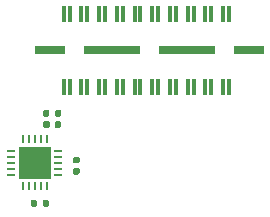
<source format=gbr>
%TF.GenerationSoftware,KiCad,Pcbnew,(5.1.9)-1*%
%TF.CreationDate,2021-04-14T12:05:27-07:00*%
%TF.ProjectId,SZG-TEMPLATE-TXR,535a472d-5445-44d5-904c-4154452d5458,A*%
%TF.SameCoordinates,Original*%
%TF.FileFunction,Paste,Bot*%
%TF.FilePolarity,Positive*%
%FSLAX46Y46*%
G04 Gerber Fmt 4.6, Leading zero omitted, Abs format (unit mm)*
G04 Created by KiCad (PCBNEW (5.1.9)-1) date 2021-04-14 12:05:27*
%MOMM*%
%LPD*%
G01*
G04 APERTURE LIST*
%ADD10R,0.300000X1.450000*%
%ADD11R,2.540000X0.640000*%
%ADD12R,4.700000X0.640000*%
%ADD13R,2.700000X2.700000*%
%ADD14O,0.800000X0.250000*%
%ADD15O,0.250000X0.800000*%
%ADD16C,0.254000*%
%ADD17C,0.100000*%
G04 APERTURE END LIST*
D10*
%TO.C,J1*%
X136650330Y-68900000D03*
X137150320Y-68900000D03*
X135650320Y-68900000D03*
X135150320Y-68900000D03*
X140150320Y-68900000D03*
X145650330Y-62720000D03*
X147150320Y-68900000D03*
X137150320Y-62720000D03*
X142650320Y-68900000D03*
X138150320Y-62720000D03*
D11*
X133960320Y-65810000D03*
D12*
X145580320Y-65810000D03*
D10*
X144150320Y-68900000D03*
X144150320Y-62720000D03*
X139650320Y-68900000D03*
X141150320Y-62720000D03*
X136650330Y-62720000D03*
X143150320Y-68900000D03*
X143150320Y-62720000D03*
X149150320Y-62720000D03*
X149150320Y-68900000D03*
X138150320Y-68900000D03*
X138650320Y-68900000D03*
X146150320Y-62720000D03*
X145650330Y-68900000D03*
X148650320Y-68900000D03*
X141650320Y-62720000D03*
X146150320Y-68900000D03*
X144650320Y-62720000D03*
X142650320Y-62720000D03*
X140150320Y-62720000D03*
X141150320Y-68900000D03*
X139650320Y-62720000D03*
X141650320Y-68900000D03*
X138650320Y-62720000D03*
X135150320Y-62720000D03*
X144650320Y-68900000D03*
X147150320Y-62720000D03*
X135650320Y-62720000D03*
X147650320Y-68900000D03*
X148650320Y-62720000D03*
X147650320Y-62720000D03*
D11*
X150840320Y-65810000D03*
D12*
X139230320Y-65810000D03*
%TD*%
D13*
%TO.C,U1*%
X132701600Y-75360800D03*
D14*
X130701600Y-75360800D03*
X130701600Y-74860800D03*
D15*
X131701600Y-77360800D03*
D14*
X130701600Y-74360800D03*
X130701600Y-76360800D03*
D15*
X133201600Y-77360800D03*
D14*
X134701600Y-75360800D03*
X134701600Y-74360800D03*
D15*
X131701600Y-73360800D03*
D14*
X130701600Y-75860800D03*
D15*
X132201600Y-77360800D03*
X132701600Y-77360800D03*
D14*
X134701600Y-74860800D03*
X134701600Y-75860800D03*
D15*
X132701600Y-73360800D03*
D14*
X134701600Y-76360800D03*
D15*
X133701600Y-77360800D03*
X133701600Y-73360800D03*
X133201600Y-73360800D03*
X132201600Y-73360800D03*
%TD*%
%TO.C,R1*%
G36*
G01*
X133934800Y-70984800D02*
X133934800Y-71354800D01*
G75*
G02*
X133799800Y-71489800I-135000J0D01*
G01*
X133529800Y-71489800D01*
G75*
G02*
X133394800Y-71354800I0J135000D01*
G01*
X133394800Y-70984800D01*
G75*
G02*
X133529800Y-70849800I135000J0D01*
G01*
X133799800Y-70849800D01*
G75*
G02*
X133934800Y-70984800I0J-135000D01*
G01*
G37*
G36*
G01*
X134954800Y-70984800D02*
X134954800Y-71354800D01*
G75*
G02*
X134819800Y-71489800I-135000J0D01*
G01*
X134549800Y-71489800D01*
G75*
G02*
X134414800Y-71354800I0J135000D01*
G01*
X134414800Y-70984800D01*
G75*
G02*
X134549800Y-70849800I135000J0D01*
G01*
X134819800Y-70849800D01*
G75*
G02*
X134954800Y-70984800I0J-135000D01*
G01*
G37*
%TD*%
%TO.C,R2*%
G36*
G01*
X132893400Y-78604800D02*
X132893400Y-78974800D01*
G75*
G02*
X132758400Y-79109800I-135000J0D01*
G01*
X132488400Y-79109800D01*
G75*
G02*
X132353400Y-78974800I0J135000D01*
G01*
X132353400Y-78604800D01*
G75*
G02*
X132488400Y-78469800I135000J0D01*
G01*
X132758400Y-78469800D01*
G75*
G02*
X132893400Y-78604800I0J-135000D01*
G01*
G37*
G36*
G01*
X133913400Y-78604800D02*
X133913400Y-78974800D01*
G75*
G02*
X133778400Y-79109800I-135000J0D01*
G01*
X133508400Y-79109800D01*
G75*
G02*
X133373400Y-78974800I0J135000D01*
G01*
X133373400Y-78604800D01*
G75*
G02*
X133508400Y-78469800I135000J0D01*
G01*
X133778400Y-78469800D01*
G75*
G02*
X133913400Y-78604800I0J-135000D01*
G01*
G37*
%TD*%
%TO.C,C2*%
G36*
G01*
X134374800Y-72305000D02*
X134374800Y-71965000D01*
G75*
G02*
X134514800Y-71825000I140000J0D01*
G01*
X134794800Y-71825000D01*
G75*
G02*
X134934800Y-71965000I0J-140000D01*
G01*
X134934800Y-72305000D01*
G75*
G02*
X134794800Y-72445000I-140000J0D01*
G01*
X134514800Y-72445000D01*
G75*
G02*
X134374800Y-72305000I0J140000D01*
G01*
G37*
G36*
G01*
X133414800Y-72305000D02*
X133414800Y-71965000D01*
G75*
G02*
X133554800Y-71825000I140000J0D01*
G01*
X133834800Y-71825000D01*
G75*
G02*
X133974800Y-71965000I0J-140000D01*
G01*
X133974800Y-72305000D01*
G75*
G02*
X133834800Y-72445000I-140000J0D01*
G01*
X133554800Y-72445000D01*
G75*
G02*
X133414800Y-72305000I0J140000D01*
G01*
G37*
%TD*%
%TO.C,C1*%
G36*
G01*
X136376800Y-75414800D02*
X136036800Y-75414800D01*
G75*
G02*
X135896800Y-75274800I0J140000D01*
G01*
X135896800Y-74994800D01*
G75*
G02*
X136036800Y-74854800I140000J0D01*
G01*
X136376800Y-74854800D01*
G75*
G02*
X136516800Y-74994800I0J-140000D01*
G01*
X136516800Y-75274800D01*
G75*
G02*
X136376800Y-75414800I-140000J0D01*
G01*
G37*
G36*
G01*
X136376800Y-76374800D02*
X136036800Y-76374800D01*
G75*
G02*
X135896800Y-76234800I0J140000D01*
G01*
X135896800Y-75954800D01*
G75*
G02*
X136036800Y-75814800I140000J0D01*
G01*
X136376800Y-75814800D01*
G75*
G02*
X136516800Y-75954800I0J-140000D01*
G01*
X136516800Y-76234800D01*
G75*
G02*
X136376800Y-76374800I-140000J0D01*
G01*
G37*
%TD*%
D16*
X133774550Y-75033850D02*
X133028550Y-75033850D01*
X133028550Y-74287850D01*
X133774550Y-74287850D01*
X133774550Y-75033850D01*
D17*
G36*
X133774550Y-75033850D02*
G01*
X133028550Y-75033850D01*
X133028550Y-74287850D01*
X133774550Y-74287850D01*
X133774550Y-75033850D01*
G37*
D16*
X133774550Y-76433750D02*
X133028550Y-76433750D01*
X133028550Y-75687750D01*
X133774550Y-75687750D01*
X133774550Y-76433750D01*
D17*
G36*
X133774550Y-76433750D02*
G01*
X133028550Y-76433750D01*
X133028550Y-75687750D01*
X133774550Y-75687750D01*
X133774550Y-76433750D01*
G37*
D16*
X132374650Y-76433750D02*
X131628650Y-76433750D01*
X131628650Y-75687750D01*
X132374650Y-75687750D01*
X132374650Y-76433750D01*
D17*
G36*
X132374650Y-76433750D02*
G01*
X131628650Y-76433750D01*
X131628650Y-75687750D01*
X132374650Y-75687750D01*
X132374650Y-76433750D01*
G37*
D16*
X132374650Y-75033850D02*
X131628650Y-75033850D01*
X131628650Y-74287850D01*
X132374650Y-74287850D01*
X132374650Y-75033850D01*
D17*
G36*
X132374650Y-75033850D02*
G01*
X131628650Y-75033850D01*
X131628650Y-74287850D01*
X132374650Y-74287850D01*
X132374650Y-75033850D01*
G37*
M02*

</source>
